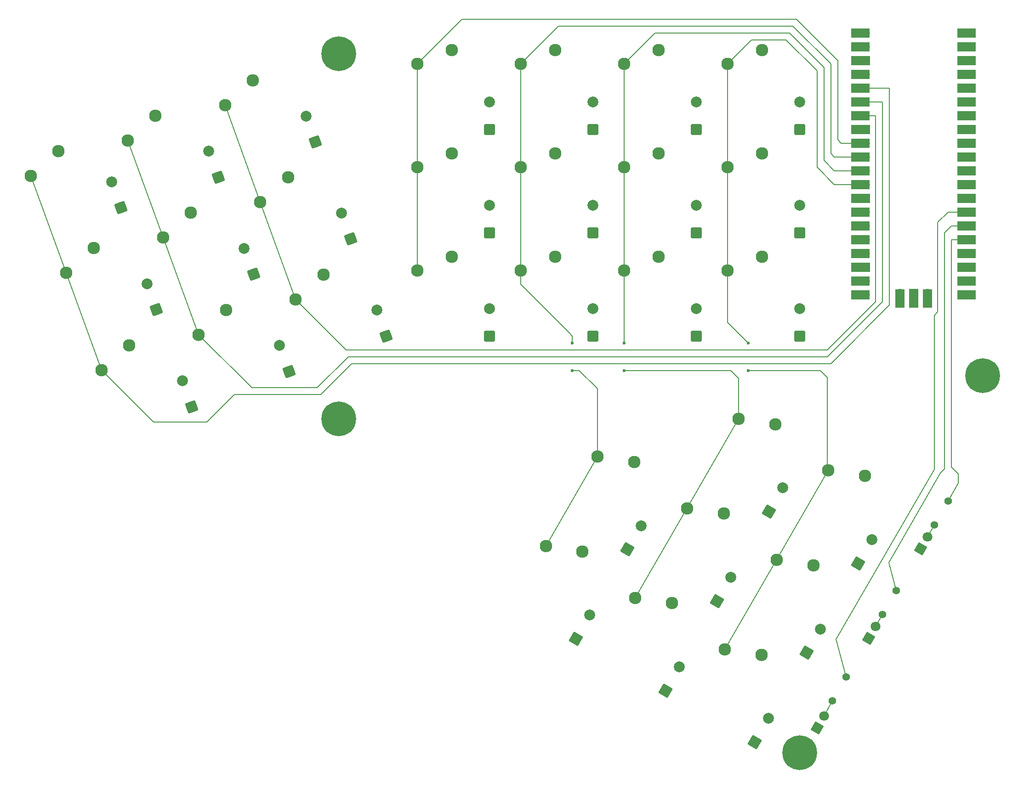
<source format=gbr>
%TF.GenerationSoftware,KiCad,Pcbnew,9.0.2*%
%TF.CreationDate,2025-06-09T23:02:59-05:00*%
%TF.ProjectId,keyboard,6b657962-6f61-4726-942e-6b696361645f,rev?*%
%TF.SameCoordinates,Original*%
%TF.FileFunction,Copper,L1,Top*%
%TF.FilePolarity,Positive*%
%FSLAX46Y46*%
G04 Gerber Fmt 4.6, Leading zero omitted, Abs format (unit mm)*
G04 Created by KiCad (PCBNEW 9.0.2) date 2025-06-09 23:02:59*
%MOMM*%
%LPD*%
G01*
G04 APERTURE LIST*
G04 Aperture macros list*
%AMRoundRect*
0 Rectangle with rounded corners*
0 $1 Rounding radius*
0 $2 $3 $4 $5 $6 $7 $8 $9 X,Y pos of 4 corners*
0 Add a 4 corners polygon primitive as box body*
4,1,4,$2,$3,$4,$5,$6,$7,$8,$9,$2,$3,0*
0 Add four circle primitives for the rounded corners*
1,1,$1+$1,$2,$3*
1,1,$1+$1,$4,$5*
1,1,$1+$1,$6,$7*
1,1,$1+$1,$8,$9*
0 Add four rect primitives between the rounded corners*
20,1,$1+$1,$2,$3,$4,$5,0*
20,1,$1+$1,$4,$5,$6,$7,0*
20,1,$1+$1,$6,$7,$8,$9,0*
20,1,$1+$1,$8,$9,$2,$3,0*%
%AMRotRect*
0 Rectangle, with rotation*
0 The origin of the aperture is its center*
0 $1 length*
0 $2 width*
0 $3 Rotation angle, in degrees counterclockwise*
0 Add horizontal line*
21,1,$1,$2,0,0,$3*%
G04 Aperture macros list end*
%TA.AperFunction,Conductor*%
%ADD10C,0.200000*%
%TD*%
%TA.AperFunction,ComponentPad*%
%ADD11O,1.700000X1.700000*%
%TD*%
%TA.AperFunction,SMDPad,CuDef*%
%ADD12R,3.500000X1.700000*%
%TD*%
%TA.AperFunction,ComponentPad*%
%ADD13R,1.700000X1.700000*%
%TD*%
%TA.AperFunction,SMDPad,CuDef*%
%ADD14R,1.700000X3.500000*%
%TD*%
%TA.AperFunction,ComponentPad*%
%ADD15C,0.800000*%
%TD*%
%TA.AperFunction,ComponentPad*%
%ADD16C,6.400000*%
%TD*%
%TA.AperFunction,ComponentPad*%
%ADD17C,2.300000*%
%TD*%
%TA.AperFunction,ComponentPad*%
%ADD18RotRect,1.800000X1.800000X60.000000*%
%TD*%
%TA.AperFunction,ComponentPad*%
%ADD19C,1.800000*%
%TD*%
%TA.AperFunction,ComponentPad*%
%ADD20C,1.400000*%
%TD*%
%TA.AperFunction,ComponentPad*%
%ADD21RoundRect,0.250000X0.750000X-0.750000X0.750000X0.750000X-0.750000X0.750000X-0.750000X-0.750000X0*%
%TD*%
%TA.AperFunction,ComponentPad*%
%ADD22C,2.000000*%
%TD*%
%TA.AperFunction,ComponentPad*%
%ADD23RoundRect,0.250000X0.274519X-1.024519X1.024519X0.274519X-0.274519X1.024519X-1.024519X-0.274519X0*%
%TD*%
%TA.AperFunction,ComponentPad*%
%ADD24RoundRect,0.250000X0.961285X-0.448254X0.448254X0.961285X-0.961285X0.448254X-0.448254X-0.961285X0*%
%TD*%
%TA.AperFunction,ViaPad*%
%ADD25C,0.600000*%
%TD*%
G04 APERTURE END LIST*
D10*
%TO.N,Col7*%
X185420000Y-102235000D02*
X185420000Y-85090000D01*
%TD*%
D11*
%TO.P,U1,1,GPIO0*%
%TO.N,unconnected-(U1-GPIO0-Pad1)*%
X192405000Y-21590000D03*
D12*
X191505000Y-21590000D03*
D11*
%TO.P,U1,2,GPIO1*%
%TO.N,unconnected-(U1-GPIO1-Pad2)*%
X192405000Y-24130000D03*
D12*
X191505000Y-24130000D03*
D13*
%TO.P,U1,3,GND*%
%TO.N,unconnected-(U1-GND-Pad3)*%
X192405000Y-26670000D03*
D12*
X191505000Y-26670000D03*
D11*
%TO.P,U1,4,GPIO2*%
%TO.N,unconnected-(U1-GPIO2-Pad4)*%
X192405000Y-29210000D03*
D12*
X191505000Y-29210000D03*
D11*
%TO.P,U1,5,GPIO3*%
%TO.N,Col1*%
X192405000Y-31750000D03*
D12*
X191505000Y-31750000D03*
D11*
%TO.P,U1,6,GPIO4*%
%TO.N,Col2*%
X192405000Y-34290000D03*
D12*
X191505000Y-34290000D03*
D11*
%TO.P,U1,7,GPIO5*%
%TO.N,Col3*%
X192405000Y-36830000D03*
D12*
X191505000Y-36830000D03*
D13*
%TO.P,U1,8,GND*%
%TO.N,unconnected-(U1-GND-Pad8)*%
X192405000Y-39370000D03*
D12*
X191505000Y-39370000D03*
D11*
%TO.P,U1,9,GPIO6*%
%TO.N,Col4*%
X192405000Y-41910000D03*
D12*
X191505000Y-41910000D03*
D11*
%TO.P,U1,10,GPIO7*%
%TO.N,Col5*%
X192405000Y-44450000D03*
D12*
X191505000Y-44450000D03*
D11*
%TO.P,U1,11,GPIO8*%
%TO.N,Col6*%
X192405000Y-46990000D03*
D12*
X191505000Y-46990000D03*
D11*
%TO.P,U1,12,GPIO9*%
%TO.N,Col7*%
X192405000Y-49530000D03*
D12*
X191505000Y-49530000D03*
D13*
%TO.P,U1,13,GND*%
%TO.N,unconnected-(U1-GND-Pad13)*%
X192405000Y-52070000D03*
D12*
X191505000Y-52070000D03*
D11*
%TO.P,U1,14,GPIO10*%
%TO.N,unconnected-(U1-GPIO10-Pad14)*%
X192405000Y-54610000D03*
D12*
X191505000Y-54610000D03*
D11*
%TO.P,U1,15,GPIO11*%
%TO.N,unconnected-(U1-GPIO11-Pad15)*%
X192405000Y-57150000D03*
D12*
X191505000Y-57150000D03*
D11*
%TO.P,U1,16,GPIO12*%
%TO.N,unconnected-(U1-GPIO12-Pad16)*%
X192405000Y-59690000D03*
D12*
X191505000Y-59690000D03*
D11*
%TO.P,U1,17,GPIO13*%
%TO.N,Row1*%
X192405000Y-62230000D03*
D12*
X191505000Y-62230000D03*
D13*
%TO.P,U1,18,GND*%
%TO.N,unconnected-(U1-GND-Pad18)*%
X192405000Y-64770000D03*
D12*
X191505000Y-64770000D03*
D11*
%TO.P,U1,19,GPIO14*%
%TO.N,Row2*%
X192405000Y-67310000D03*
D12*
X191505000Y-67310000D03*
D11*
%TO.P,U1,20,GPIO15*%
%TO.N,Row3*%
X192405000Y-69850000D03*
D12*
X191505000Y-69850000D03*
D11*
%TO.P,U1,21,GPIO16*%
%TO.N,Row4*%
X210185000Y-69850000D03*
D12*
X211085000Y-69850000D03*
D11*
%TO.P,U1,22,GPIO17*%
%TO.N,Row5*%
X210185000Y-67310000D03*
D12*
X211085000Y-67310000D03*
D13*
%TO.P,U1,23,GND*%
%TO.N,GND*%
X210185000Y-64770000D03*
D12*
X211085000Y-64770000D03*
D11*
%TO.P,U1,24,GPIO18*%
%TO.N,Row6*%
X210185000Y-62230000D03*
D12*
X211085000Y-62230000D03*
D11*
%TO.P,U1,25,GPIO19*%
%TO.N,LED1*%
X210185000Y-59690000D03*
D12*
X211085000Y-59690000D03*
D11*
%TO.P,U1,26,GPIO20*%
%TO.N,LED2*%
X210185000Y-57150000D03*
D12*
X211085000Y-57150000D03*
D11*
%TO.P,U1,27,GPIO21*%
%TO.N,LED3*%
X210185000Y-54610000D03*
D12*
X211085000Y-54610000D03*
D13*
%TO.P,U1,28,GND*%
%TO.N,unconnected-(U1-GND-Pad28)*%
X210185000Y-52070000D03*
D12*
X211085000Y-52070000D03*
D11*
%TO.P,U1,29,GPIO22*%
%TO.N,unconnected-(U1-GPIO22-Pad29)*%
X210185000Y-49530000D03*
D12*
X211085000Y-49530000D03*
D11*
%TO.P,U1,30,RUN*%
%TO.N,unconnected-(U1-RUN-Pad30)*%
X210185000Y-46990000D03*
D12*
X211085000Y-46990000D03*
D11*
%TO.P,U1,31,GPIO26_ADC0*%
%TO.N,unconnected-(U1-GPIO26_ADC0-Pad31)*%
X210185000Y-44450000D03*
D12*
X211085000Y-44450000D03*
D11*
%TO.P,U1,32,GPIO27_ADC1*%
%TO.N,unconnected-(U1-GPIO27_ADC1-Pad32)*%
X210185000Y-41910000D03*
D12*
X211085000Y-41910000D03*
D13*
%TO.P,U1,33,AGND*%
%TO.N,unconnected-(U1-AGND-Pad33)*%
X210185000Y-39370000D03*
D12*
X211085000Y-39370000D03*
D11*
%TO.P,U1,34,GPIO28_ADC2*%
%TO.N,unconnected-(U1-GPIO28_ADC2-Pad34)*%
X210185000Y-36830000D03*
D12*
X211085000Y-36830000D03*
D11*
%TO.P,U1,35,ADC_VREF*%
%TO.N,unconnected-(U1-ADC_VREF-Pad35)*%
X210185000Y-34290000D03*
D12*
X211085000Y-34290000D03*
D11*
%TO.P,U1,36,3V3*%
%TO.N,unconnected-(U1-3V3-Pad36)*%
X210185000Y-31750000D03*
D12*
X211085000Y-31750000D03*
D11*
%TO.P,U1,37,3V3_EN*%
%TO.N,unconnected-(U1-3V3_EN-Pad37)*%
X210185000Y-29210000D03*
D12*
X211085000Y-29210000D03*
D13*
%TO.P,U1,38,GND*%
%TO.N,unconnected-(U1-GND-Pad38)*%
X210185000Y-26670000D03*
D12*
X211085000Y-26670000D03*
D11*
%TO.P,U1,39,VSYS*%
%TO.N,unconnected-(U1-VSYS-Pad39)*%
X210185000Y-24130000D03*
D12*
X211085000Y-24130000D03*
D11*
%TO.P,U1,40,VBUS*%
%TO.N,unconnected-(U1-VBUS-Pad40)*%
X210185000Y-21590000D03*
D12*
X211085000Y-21590000D03*
D11*
%TO.P,U1,41,SWCLK*%
%TO.N,unconnected-(U1-SWCLK-Pad41)*%
X198755000Y-69620000D03*
D14*
X198755000Y-70520000D03*
D13*
%TO.P,U1,42,GND*%
%TO.N,unconnected-(U1-GND-Pad42)*%
X201295000Y-69620000D03*
D14*
X201295000Y-70520000D03*
D11*
%TO.P,U1,43,SWDIO*%
%TO.N,unconnected-(U1-SWDIO-Pad43)*%
X203835000Y-69620000D03*
D14*
X203835000Y-70520000D03*
%TD*%
D15*
%TO.P,H4,1*%
%TO.N,N/C*%
X177940000Y-154305000D03*
X178642944Y-152607944D03*
X178642944Y-156002056D03*
X180340000Y-151905000D03*
D16*
X180340000Y-154305000D03*
D15*
X180340000Y-156705000D03*
X182037056Y-152607944D03*
X182037056Y-156002056D03*
X182740000Y-154305000D03*
%TD*%
%TO.P,H3,1*%
%TO.N,N/C*%
X211595000Y-84760000D03*
X212297944Y-83062944D03*
X212297944Y-86457056D03*
X213995000Y-82360000D03*
D16*
X213995000Y-84760000D03*
D15*
X213995000Y-87160000D03*
X215692056Y-83062944D03*
X215692056Y-86457056D03*
X216395000Y-84760000D03*
%TD*%
%TO.P,H2,1*%
%TO.N,N/C*%
X92990000Y-92710000D03*
X93692944Y-91012944D03*
X93692944Y-94407056D03*
X95390000Y-90310000D03*
D16*
X95390000Y-92710000D03*
D15*
X95390000Y-95110000D03*
X97087056Y-91012944D03*
X97087056Y-94407056D03*
X97790000Y-92710000D03*
%TD*%
%TO.P,H1,1*%
%TO.N,N/C*%
X92990000Y-25400000D03*
X93692944Y-23702944D03*
X93692944Y-27097056D03*
X95390000Y-23000000D03*
D16*
X95390000Y-25400000D03*
D15*
X95390000Y-27800000D03*
X97087056Y-23702944D03*
X97087056Y-27097056D03*
X97790000Y-25400000D03*
%TD*%
D17*
%TO.P,MX3,1,1*%
%TO.N,Col3*%
X74451770Y-34891156D03*
%TO.P,MX3,2,2*%
%TO.N,Net-(D3-A)*%
X79550087Y-30332509D03*
%TD*%
%TO.P,MX10,1,1*%
%TO.N,Col4*%
X109855000Y-27305000D03*
%TO.P,MX10,2,2*%
%TO.N,Net-(D10-A)*%
X116205000Y-24765000D03*
%TD*%
%TO.P,MX25,1,1*%
%TO.N,Col6*%
X169096847Y-92726699D03*
%TO.P,MX25,2,2*%
%TO.N,Net-(D25-A)*%
X175866109Y-93701995D03*
%TD*%
D18*
%TO.P,D22,1,K*%
%TO.N,GND*%
X202565000Y-116694285D03*
D19*
%TO.P,D22,2,A*%
%TO.N,Net-(D22-A)*%
X203835000Y-114494580D03*
%TD*%
D18*
%TO.P,D32,1,K*%
%TO.N,GND*%
X183515000Y-149689853D03*
D19*
%TO.P,D32,2,A*%
%TO.N,Net-(D32-A)*%
X184785000Y-147490148D03*
%TD*%
D17*
%TO.P,MX29,1,1*%
%TO.N,Col7*%
X176069631Y-118749483D03*
%TO.P,MX29,2,2*%
%TO.N,Net-(D29-A)*%
X182838893Y-119724779D03*
%TD*%
%TO.P,MX15,1,1*%
%TO.N,Col5*%
X128905000Y-65405000D03*
%TO.P,MX15,2,2*%
%TO.N,Net-(D15-A)*%
X135255000Y-62865000D03*
%TD*%
D20*
%TO.P,R2,1*%
%TO.N,LED2*%
X198120000Y-124393251D03*
%TO.P,R2,2*%
%TO.N,Net-(D31-A)*%
X195580000Y-128792660D03*
%TD*%
D17*
%TO.P,MX19,1,1*%
%TO.N,Col7*%
X167005000Y-27305000D03*
%TO.P,MX19,2,2*%
%TO.N,Net-(D19-A)*%
X173355000Y-24765000D03*
%TD*%
%TO.P,MX16,1,1*%
%TO.N,Col6*%
X147955000Y-27305000D03*
%TO.P,MX16,2,2*%
%TO.N,Net-(D16-A)*%
X154305000Y-24765000D03*
%TD*%
%TO.P,MX4,1,1*%
%TO.N,Col1*%
X45164965Y-65823268D03*
%TO.P,MX4,2,2*%
%TO.N,Net-(D4-A)*%
X50263282Y-61264621D03*
%TD*%
%TO.P,MX17,1,1*%
%TO.N,Col6*%
X147955000Y-46355000D03*
%TO.P,MX17,2,2*%
%TO.N,Net-(D17-A)*%
X154305000Y-43815000D03*
%TD*%
%TO.P,MX8,1,1*%
%TO.N,Col2*%
X69581593Y-77208928D03*
%TO.P,MX8,2,2*%
%TO.N,Net-(D8-A)*%
X74679910Y-72650281D03*
%TD*%
%TO.P,MX23,1,1*%
%TO.N,Col5*%
X143074063Y-99699483D03*
%TO.P,MX23,2,2*%
%TO.N,Net-(D23-A)*%
X149843325Y-100674779D03*
%TD*%
%TO.P,MX18,1,1*%
%TO.N,Col6*%
X147955000Y-65405000D03*
%TO.P,MX18,2,2*%
%TO.N,Net-(D18-A)*%
X154305000Y-62865000D03*
%TD*%
%TO.P,MX24,1,1*%
%TO.N,Col5*%
X133549063Y-116197267D03*
%TO.P,MX24,2,2*%
%TO.N,Net-(D24-A)*%
X140318325Y-117172563D03*
%TD*%
%TO.P,MX9,1,1*%
%TO.N,Col3*%
X87482737Y-70693444D03*
%TO.P,MX9,2,2*%
%TO.N,Net-(D9-A)*%
X92581054Y-66134797D03*
%TD*%
%TO.P,MX20,1,1*%
%TO.N,Col7*%
X167005000Y-46355000D03*
%TO.P,MX20,2,2*%
%TO.N,Net-(D20-A)*%
X173355000Y-43815000D03*
%TD*%
D20*
%TO.P,R1,1*%
%TO.N,LED1*%
X207645000Y-107895467D03*
%TO.P,R1,2*%
%TO.N,Net-(D22-A)*%
X205105000Y-112294876D03*
%TD*%
D17*
%TO.P,MX11,1,1*%
%TO.N,Col4*%
X109855000Y-46355000D03*
%TO.P,MX11,2,2*%
%TO.N,Net-(D11-A)*%
X116205000Y-43815000D03*
%TD*%
D18*
%TO.P,D31,1,K*%
%TO.N,GND*%
X193040000Y-133192069D03*
D19*
%TO.P,D31,2,A*%
%TO.N,Net-(D31-A)*%
X194310000Y-130992364D03*
%TD*%
D20*
%TO.P,R3,1*%
%TO.N,LED3*%
X188912500Y-140341109D03*
%TO.P,R3,2*%
%TO.N,Net-(D32-A)*%
X186372500Y-144740518D03*
%TD*%
D17*
%TO.P,MX6,1,1*%
%TO.N,Col3*%
X80967254Y-52792300D03*
%TO.P,MX6,2,2*%
%TO.N,Net-(D6-A)*%
X86065571Y-48233653D03*
%TD*%
%TO.P,MX12,1,1*%
%TO.N,Col4*%
X109855000Y-65405000D03*
%TO.P,MX12,2,2*%
%TO.N,Net-(D12-A)*%
X116205000Y-62865000D03*
%TD*%
%TO.P,MX7,1,1*%
%TO.N,Col1*%
X51680449Y-83724412D03*
%TO.P,MX7,2,2*%
%TO.N,Net-(D7-A)*%
X56778766Y-79165765D03*
%TD*%
%TO.P,MX30,1,1*%
%TO.N,Col7*%
X166544631Y-135247267D03*
%TO.P,MX30,2,2*%
%TO.N,Net-(D30-A)*%
X173313893Y-136222563D03*
%TD*%
%TO.P,MX27,1,1*%
%TO.N,Col6*%
X150046847Y-125722267D03*
%TO.P,MX27,2,2*%
%TO.N,Net-(D27-A)*%
X156816109Y-126697563D03*
%TD*%
%TO.P,MX2,1,1*%
%TO.N,Col2*%
X56550626Y-41406639D03*
%TO.P,MX2,2,2*%
%TO.N,Net-(D2-A)*%
X61648943Y-36847992D03*
%TD*%
%TO.P,MX26,1,1*%
%TO.N,Col6*%
X159571847Y-109224483D03*
%TO.P,MX26,2,2*%
%TO.N,Net-(D26-A)*%
X166341109Y-110199779D03*
%TD*%
%TO.P,MX21,1,1*%
%TO.N,Col7*%
X167005000Y-65405000D03*
%TO.P,MX21,2,2*%
%TO.N,Net-(D21-A)*%
X173355000Y-62865000D03*
%TD*%
%TO.P,MX1,1,1*%
%TO.N,Col1*%
X38649481Y-47922123D03*
%TO.P,MX1,2,2*%
%TO.N,Net-(D1-A)*%
X43747798Y-43363476D03*
%TD*%
%TO.P,MX5,1,1*%
%TO.N,Col2*%
X63066109Y-59307784D03*
%TO.P,MX5,2,2*%
%TO.N,Net-(D5-A)*%
X68164426Y-54749137D03*
%TD*%
%TO.P,MX28,1,1*%
%TO.N,Col7*%
X185594631Y-102251699D03*
%TO.P,MX28,2,2*%
%TO.N,Net-(D28-A)*%
X192363893Y-103226995D03*
%TD*%
%TO.P,MX14,1,1*%
%TO.N,Col5*%
X128905000Y-46355000D03*
%TO.P,MX14,2,2*%
%TO.N,Net-(D14-A)*%
X135255000Y-43815000D03*
%TD*%
%TO.P,MX13,1,1*%
%TO.N,Col5*%
X128905000Y-27305000D03*
%TO.P,MX13,2,2*%
%TO.N,Net-(D13-A)*%
X135255000Y-24765000D03*
%TD*%
D21*
%TO.P,D13,1,K*%
%TO.N,Row1*%
X142240000Y-39370000D03*
D22*
%TO.P,D13,2,A*%
%TO.N,Net-(D13-A)*%
X142240000Y-34290000D03*
%TD*%
D21*
%TO.P,D19,1,K*%
%TO.N,Row1*%
X180340000Y-39370000D03*
D22*
%TO.P,D19,2,A*%
%TO.N,Net-(D19-A)*%
X180340000Y-34290000D03*
%TD*%
D23*
%TO.P,D23,1,K*%
%TO.N,Row5*%
X148590012Y-116815580D03*
D22*
%TO.P,D23,2,A*%
%TO.N,Net-(D23-A)*%
X151130012Y-112416171D03*
%TD*%
D24*
%TO.P,D9,1,K*%
%TO.N,Row3*%
X104140012Y-77469998D03*
D22*
%TO.P,D9,2,A*%
%TO.N,Net-(D9-A)*%
X102402550Y-72696359D03*
%TD*%
D24*
%TO.P,D6,1,K*%
%TO.N,Row2*%
X97624528Y-59568853D03*
D22*
%TO.P,D6,2,A*%
%TO.N,Net-(D6-A)*%
X95887066Y-54795214D03*
%TD*%
D23*
%TO.P,D24,1,K*%
%TO.N,Row6*%
X139065012Y-133313364D03*
D22*
%TO.P,D24,2,A*%
%TO.N,Net-(D24-A)*%
X141605012Y-128913955D03*
%TD*%
D21*
%TO.P,D14,1,K*%
%TO.N,Row2*%
X142240000Y-58420000D03*
D22*
%TO.P,D14,2,A*%
%TO.N,Net-(D14-A)*%
X142240000Y-53340000D03*
%TD*%
D24*
%TO.P,D8,1,K*%
%TO.N,Row3*%
X86238867Y-83985482D03*
D22*
%TO.P,D8,2,A*%
%TO.N,Net-(D8-A)*%
X84501405Y-79211843D03*
%TD*%
D23*
%TO.P,D25,1,K*%
%TO.N,Row4*%
X174612796Y-109842796D03*
D22*
%TO.P,D25,2,A*%
%TO.N,Net-(D25-A)*%
X177152796Y-105443387D03*
%TD*%
D23*
%TO.P,D28,1,K*%
%TO.N,Row4*%
X191110580Y-119367796D03*
D22*
%TO.P,D28,2,A*%
%TO.N,Net-(D28-A)*%
X193650580Y-114968387D03*
%TD*%
D21*
%TO.P,D17,1,K*%
%TO.N,Row2*%
X161290000Y-58420000D03*
D22*
%TO.P,D17,2,A*%
%TO.N,Net-(D17-A)*%
X161290000Y-53340000D03*
%TD*%
D24*
%TO.P,D3,1,K*%
%TO.N,Row1*%
X91109044Y-41667709D03*
D22*
%TO.P,D3,2,A*%
%TO.N,Net-(D3-A)*%
X89371582Y-36894070D03*
%TD*%
D21*
%TO.P,D21,1,K*%
%TO.N,Row3*%
X180340000Y-77470000D03*
D22*
%TO.P,D21,2,A*%
%TO.N,Net-(D21-A)*%
X180340000Y-72390000D03*
%TD*%
D23*
%TO.P,D30,1,K*%
%TO.N,Row6*%
X172060580Y-152363364D03*
D22*
%TO.P,D30,2,A*%
%TO.N,Net-(D30-A)*%
X174600580Y-147963955D03*
%TD*%
D23*
%TO.P,D26,1,K*%
%TO.N,Row5*%
X165087796Y-126340580D03*
D22*
%TO.P,D26,2,A*%
%TO.N,Net-(D26-A)*%
X167627796Y-121941171D03*
%TD*%
D24*
%TO.P,D2,1,K*%
%TO.N,Row1*%
X73207900Y-48183193D03*
D22*
%TO.P,D2,2,A*%
%TO.N,Net-(D2-A)*%
X71470438Y-43409554D03*
%TD*%
D21*
%TO.P,D12,1,K*%
%TO.N,Row3*%
X123190000Y-77470000D03*
D22*
%TO.P,D12,2,A*%
%TO.N,Net-(D12-A)*%
X123190000Y-72390000D03*
%TD*%
D24*
%TO.P,D4,1,K*%
%TO.N,Row2*%
X61822239Y-72599821D03*
D22*
%TO.P,D4,2,A*%
%TO.N,Net-(D4-A)*%
X60084777Y-67826182D03*
%TD*%
D21*
%TO.P,D18,1,K*%
%TO.N,Row3*%
X161290000Y-77470000D03*
D22*
%TO.P,D18,2,A*%
%TO.N,Net-(D18-A)*%
X161290000Y-72390000D03*
%TD*%
D21*
%TO.P,D20,1,K*%
%TO.N,Row2*%
X180340000Y-58420000D03*
D22*
%TO.P,D20,2,A*%
%TO.N,Net-(D20-A)*%
X180340000Y-53340000D03*
%TD*%
D23*
%TO.P,D27,1,K*%
%TO.N,Row6*%
X155562796Y-142838364D03*
D22*
%TO.P,D27,2,A*%
%TO.N,Net-(D27-A)*%
X158102796Y-138438955D03*
%TD*%
D23*
%TO.P,D29,1,K*%
%TO.N,Row5*%
X181585580Y-135865580D03*
D22*
%TO.P,D29,2,A*%
%TO.N,Net-(D29-A)*%
X184125580Y-131466171D03*
%TD*%
D21*
%TO.P,D10,1,K*%
%TO.N,Row1*%
X123190000Y-39370000D03*
D22*
%TO.P,D10,2,A*%
%TO.N,Net-(D10-A)*%
X123190000Y-34290000D03*
%TD*%
D24*
%TO.P,D5,1,K*%
%TO.N,Row2*%
X79723383Y-66084337D03*
D22*
%TO.P,D5,2,A*%
%TO.N,Net-(D5-A)*%
X77985921Y-61310698D03*
%TD*%
D24*
%TO.P,D7,1,K*%
%TO.N,Row3*%
X68337723Y-90500965D03*
D22*
%TO.P,D7,2,A*%
%TO.N,Net-(D7-A)*%
X66600261Y-85727326D03*
%TD*%
D21*
%TO.P,D11,1,K*%
%TO.N,Row2*%
X123190000Y-58420000D03*
D22*
%TO.P,D11,2,A*%
%TO.N,Net-(D11-A)*%
X123190000Y-53340000D03*
%TD*%
D24*
%TO.P,D1,1,K*%
%TO.N,Row1*%
X55306755Y-53779485D03*
D22*
%TO.P,D1,2,A*%
%TO.N,Net-(D1-A)*%
X53569293Y-49005846D03*
%TD*%
D21*
%TO.P,D15,1,K*%
%TO.N,Row3*%
X142240000Y-77470000D03*
D22*
%TO.P,D15,2,A*%
%TO.N,Net-(D15-A)*%
X142240000Y-72390000D03*
%TD*%
D21*
%TO.P,D16,1,K*%
%TO.N,Row1*%
X161290000Y-39370000D03*
D22*
%TO.P,D16,2,A*%
%TO.N,Net-(D16-A)*%
X161290000Y-34290000D03*
%TD*%
D25*
%TO.N,Col5*%
X138430000Y-83820000D03*
X138430000Y-78740000D03*
%TO.N,Col6*%
X147955000Y-78740000D03*
X147955000Y-83820000D03*
%TO.N,Col7*%
X170815000Y-78740000D03*
X170815000Y-83820000D03*
%TD*%
D10*
%TO.N,Col1*%
X76200000Y-88265000D02*
X92075000Y-88265000D01*
X51680449Y-83724412D02*
X61301037Y-93345000D01*
X71120000Y-93345000D02*
X76200000Y-88265000D01*
X186055000Y-82550000D02*
X196850000Y-71755000D01*
X97790000Y-82550000D02*
X186055000Y-82550000D01*
X45164965Y-65823268D02*
X51680449Y-83724412D01*
X92075000Y-88265000D02*
X97790000Y-82550000D01*
X61301037Y-93345000D02*
X71120000Y-93345000D01*
X196850000Y-31750000D02*
X192405000Y-31750000D01*
X38649481Y-47922124D02*
X45164965Y-65823268D01*
X196850000Y-71755000D02*
X196850000Y-31750000D01*
%TO.N,Col2*%
X69581593Y-77208928D02*
X79367665Y-86995000D01*
X195580000Y-71120000D02*
X195580000Y-34290000D01*
X79367665Y-86995000D02*
X91440000Y-86995000D01*
X195580000Y-34290000D02*
X192405000Y-34290000D01*
X56550626Y-41406640D02*
X63066109Y-59307784D01*
X91440000Y-86995000D02*
X97155000Y-81280000D01*
X185420000Y-81280000D02*
X195580000Y-71120000D01*
X97155000Y-81280000D02*
X185420000Y-81280000D01*
X63066109Y-59307784D02*
X69581593Y-77208929D01*
%TO.N,Col3*%
X87482737Y-70693444D02*
X96799293Y-80010000D01*
X80967254Y-52792301D02*
X87482737Y-70693445D01*
X74451770Y-34891156D02*
X80967254Y-52792301D01*
X194310000Y-36830000D02*
X192405000Y-36830000D01*
X96799293Y-80010000D02*
X185420000Y-80010000D01*
X194310000Y-71120000D02*
X194310000Y-36830000D01*
X185420000Y-80010000D02*
X194310000Y-71120000D01*
%TO.N,Col4*%
X187325000Y-41275000D02*
X187960000Y-41910000D01*
X187325000Y-26670000D02*
X187325000Y-41275000D01*
X109855000Y-27305000D02*
X118110000Y-19050000D01*
X109855000Y-27305000D02*
X109855000Y-46355000D01*
X187960000Y-41910000D02*
X192405000Y-41910000D01*
X179705000Y-19050000D02*
X187325000Y-26670000D01*
X118110000Y-19050000D02*
X179705000Y-19050000D01*
X109855000Y-46355000D02*
X109855000Y-65405000D01*
%TO.N,Col5*%
X139700000Y-83820000D02*
X138430000Y-83820000D01*
X128905000Y-46355000D02*
X128905000Y-65405000D01*
X186055000Y-27305000D02*
X186055000Y-43815000D01*
X143074063Y-99699484D02*
X133549063Y-116197267D01*
X143074063Y-87194063D02*
X142875000Y-86995000D01*
X179070000Y-20320000D02*
X186055000Y-27305000D01*
X128905000Y-65405000D02*
X128905000Y-67945000D01*
X186055000Y-43815000D02*
X186690000Y-44450000D01*
X143074063Y-99699483D02*
X143074063Y-87194063D01*
X135890000Y-20320000D02*
X179070000Y-20320000D01*
X138430000Y-77470000D02*
X138430000Y-78740000D01*
X142875000Y-86995000D02*
X139700000Y-83820000D01*
X137795000Y-76835000D02*
X138430000Y-77470000D01*
X128905000Y-67945000D02*
X137795000Y-76835000D01*
X128905000Y-27305000D02*
X135890000Y-20320000D01*
X128905000Y-27305000D02*
X128905000Y-46355000D01*
X186690000Y-44450000D02*
X192405000Y-44450000D01*
%TO.N,Col6*%
X184785000Y-27940000D02*
X184785000Y-45085000D01*
X169096847Y-92726700D02*
X150046847Y-125722267D01*
X153670000Y-21590000D02*
X178435000Y-21590000D01*
X184785000Y-45085000D02*
X186690000Y-46990000D01*
X147955000Y-65405000D02*
X147955000Y-78740000D01*
X169096847Y-92726699D02*
X169096847Y-85276847D01*
X186690000Y-46990000D02*
X192405000Y-46990000D01*
X167640000Y-83820000D02*
X147955000Y-83820000D01*
X168910000Y-85090000D02*
X167640000Y-83820000D01*
X147955000Y-27305000D02*
X147955000Y-46355000D01*
X147955000Y-27305000D02*
X153670000Y-21590000D01*
X169096847Y-85276847D02*
X168910000Y-85090000D01*
X178435000Y-21590000D02*
X184785000Y-27940000D01*
X147955000Y-46355000D02*
X147955000Y-65405000D01*
%TO.N,Col7*%
X171450000Y-22860000D02*
X177800000Y-22860000D01*
X167005000Y-46355000D02*
X167005000Y-65405000D01*
X185594631Y-102251700D02*
X166544631Y-135247267D01*
X167005000Y-74930000D02*
X170815000Y-78740000D01*
X167005000Y-27305000D02*
X167005000Y-46355000D01*
X184150000Y-83820000D02*
X170815000Y-83820000D01*
X183515000Y-46355000D02*
X186690000Y-49530000D01*
X186690000Y-49530000D02*
X192405000Y-49530000D01*
X183515000Y-28575000D02*
X183515000Y-46355000D01*
X177800000Y-22860000D02*
X183515000Y-28575000D01*
X185420000Y-85090000D02*
X184150000Y-83820000D01*
X167005000Y-65405000D02*
X167005000Y-74930000D01*
X167005000Y-27305000D02*
X171450000Y-22860000D01*
%TO.N,Net-(D22-A)*%
X205105000Y-112294876D02*
X203835000Y-114494581D01*
%TO.N,Net-(D31-A)*%
X195580000Y-128792660D02*
X194310000Y-130992365D01*
%TO.N,Net-(D32-A)*%
X186372500Y-144740518D02*
X184785000Y-147490149D01*
%TO.N,LED1*%
X208280000Y-101600000D02*
X208280000Y-59690000D01*
X208280000Y-59690000D02*
X210185000Y-59690000D01*
X209550000Y-104595910D02*
X209550000Y-102870000D01*
X207645000Y-107895467D02*
X209550000Y-104595910D01*
X209550000Y-102870000D02*
X208280000Y-101600000D01*
%TO.N,LED2*%
X196725443Y-119188694D02*
X206250443Y-102690910D01*
X198120000Y-124393251D02*
X196725443Y-119188694D01*
X208280000Y-57150000D02*
X210185000Y-57150000D01*
X206250443Y-102690910D02*
X207010000Y-101931353D01*
X207010000Y-58420000D02*
X208280000Y-57150000D01*
X207010000Y-101931353D02*
X207010000Y-58420000D01*
%TO.N,LED3*%
X207645000Y-54610000D02*
X210185000Y-54610000D01*
X205105000Y-73660000D02*
X205740000Y-73025000D01*
X205740000Y-73025000D02*
X205740000Y-56515000D01*
X188912500Y-140341109D02*
X187053091Y-133401700D01*
X205740000Y-56515000D02*
X207645000Y-54610000D01*
X205105000Y-102010319D02*
X205105000Y-73660000D01*
X187053091Y-133401700D02*
X205150591Y-102055910D01*
X205150591Y-102055910D02*
X205105000Y-102010319D01*
%TD*%
M02*

</source>
